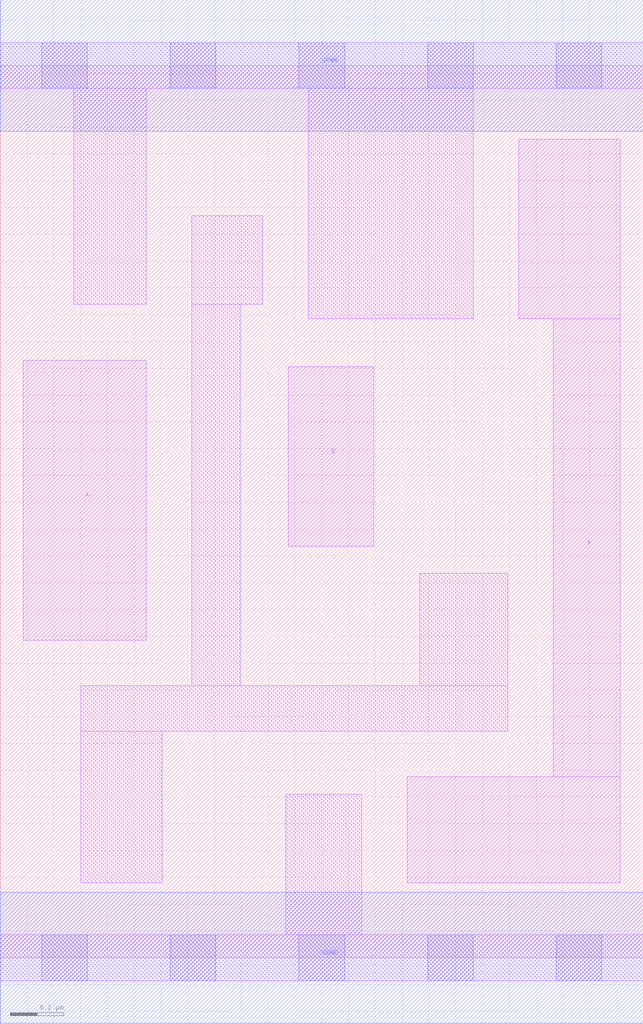
<source format=lef>
# Copyright 2020 The SkyWater PDK Authors
#
# Licensed under the Apache License, Version 2.0 (the "License");
# you may not use this file except in compliance with the License.
# You may obtain a copy of the License at
#
#     https://www.apache.org/licenses/LICENSE-2.0
#
# Unless required by applicable law or agreed to in writing, software
# distributed under the License is distributed on an "AS IS" BASIS,
# WITHOUT WARRANTIES OR CONDITIONS OF ANY KIND, either express or implied.
# See the License for the specific language governing permissions and
# limitations under the License.
#
# SPDX-License-Identifier: Apache-2.0

VERSION 5.7 ;
  NAMESCASESENSITIVE ON ;
  NOWIREEXTENSIONATPIN ON ;
  DIVIDERCHAR "/" ;
  BUSBITCHARS "[]" ;
UNITS
  DATABASE MICRONS 200 ;
END UNITS
MACRO sky130_fd_sc_lp__and2_0
  CLASS CORE ;
  FOREIGN sky130_fd_sc_lp__and2_0 ;
  ORIGIN  0.000000  0.000000 ;
  SIZE  2.400000 BY  3.330000 ;
  SYMMETRY X Y R90 ;
  SITE unit ;
  PIN A
    ANTENNAGATEAREA  0.126000 ;
    DIRECTION INPUT ;
    USE SIGNAL ;
    PORT
      LAYER li1 ;
        RECT 0.085000 1.185000 0.545000 2.230000 ;
    END
  END A
  PIN B
    ANTENNAGATEAREA  0.126000 ;
    DIRECTION INPUT ;
    USE SIGNAL ;
    PORT
      LAYER li1 ;
        RECT 1.075000 1.535000 1.395000 2.205000 ;
    END
  END B
  PIN X
    ANTENNADIFFAREA  0.280900 ;
    DIRECTION OUTPUT ;
    USE SIGNAL ;
    PORT
      LAYER li1 ;
        RECT 1.520000 0.280000 2.315000 0.675000 ;
        RECT 1.935000 2.385000 2.315000 3.055000 ;
        RECT 2.065000 0.675000 2.315000 2.385000 ;
    END
  END X
  PIN VGND
    DIRECTION INOUT ;
    USE GROUND ;
    PORT
      LAYER met1 ;
        RECT 0.000000 -0.245000 2.400000 0.245000 ;
    END
  END VGND
  PIN VPWR
    DIRECTION INOUT ;
    USE POWER ;
    PORT
      LAYER met1 ;
        RECT 0.000000 3.085000 2.400000 3.575000 ;
    END
  END VPWR
  OBS
    LAYER li1 ;
      RECT 0.000000 -0.085000 2.400000 0.085000 ;
      RECT 0.000000  3.245000 2.400000 3.415000 ;
      RECT 0.275000  2.440000 0.545000 3.245000 ;
      RECT 0.300000  0.280000 0.605000 0.845000 ;
      RECT 0.300000  0.845000 1.895000 1.015000 ;
      RECT 0.715000  1.015000 0.895000 2.440000 ;
      RECT 0.715000  2.440000 0.980000 2.770000 ;
      RECT 1.065000  0.085000 1.350000 0.610000 ;
      RECT 1.150000  2.385000 1.765000 3.245000 ;
      RECT 1.565000  1.015000 1.895000 1.435000 ;
    LAYER mcon ;
      RECT 0.155000 -0.085000 0.325000 0.085000 ;
      RECT 0.155000  3.245000 0.325000 3.415000 ;
      RECT 0.635000 -0.085000 0.805000 0.085000 ;
      RECT 0.635000  3.245000 0.805000 3.415000 ;
      RECT 1.115000 -0.085000 1.285000 0.085000 ;
      RECT 1.115000  3.245000 1.285000 3.415000 ;
      RECT 1.595000 -0.085000 1.765000 0.085000 ;
      RECT 1.595000  3.245000 1.765000 3.415000 ;
      RECT 2.075000 -0.085000 2.245000 0.085000 ;
      RECT 2.075000  3.245000 2.245000 3.415000 ;
  END
END sky130_fd_sc_lp__and2_0
END LIBRARY

</source>
